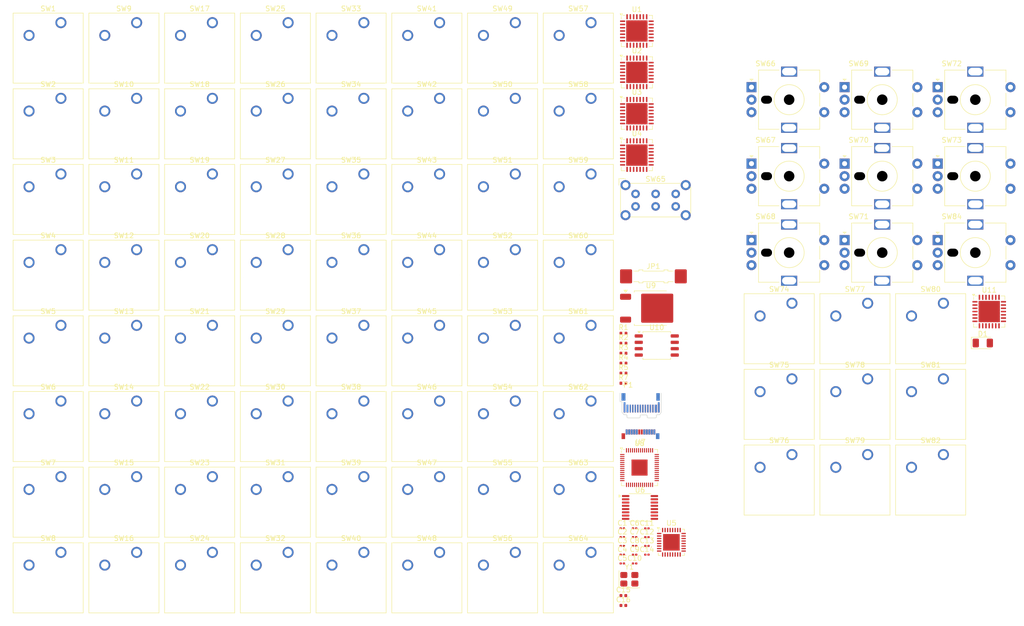
<source format=kicad_pcb>
(kicad_pcb (version 20241229) (generator "pcbnew") (generator_version "9.0")
  (layers (0 "F.Cu" signal) (2 "B.Cu" signal) (13 "F.Paste" user) (15 "B.Paste" user) (5 "F.SilkS" user "F.Silkscreen") (7 "B.SilkS" user "B.Silkscreen") (1 "F.Mask" user) (3 "B.Mask" user) (25 "Edge.Cuts" user))
  (net 0 "")
  (net 1 "+3V3")
  (net 2 "Net-(U1-GPB0)")
  (net 3 "Net-(U1-GPB1)")
  (net 4 "Net-(U1-GPB2)")
  (net 5 "Net-(U1-GPB3)")
  (net 6 "Net-(U1-GPB4)")
  (net 7 "Net-(U1-GPB5)")
  (net 8 "Net-(U1-GPB6)")
  (net 9 "Net-(U1-GPB7)")
  (net 10 "Net-(U1-GPA7)")
  (net 11 "Net-(U1-GPA6)")
  (net 12 "Net-(U1-GPA5)")
  (net 13 "Net-(U1-GPA4)")
  (net 14 "Net-(U1-GPA3)")
  (net 15 "Net-(U1-GPA2)")
  (net 16 "Net-(U1-GPA1)")
  (net 17 "Net-(U1-GPA0)")
  (net 18 "Net-(U2-GPB0)")
  (net 19 "Net-(U2-GPA7)")
  (net 20 "Net-(U2-GPB1)")
  (net 21 "Net-(U2-GPA6)")
  (net 22 "Net-(U2-GPB2)")
  (net 23 "Net-(U2-GPA5)")
  (net 24 "Net-(U2-GPB3)")
  (net 25 "Net-(U2-GPA4)")
  (net 26 "Net-(U2-GPB4)")
  (net 27 "Net-(U2-GPA3)")
  (net 28 "Net-(U2-GPB5)")
  (net 29 "Net-(U2-GPA2)")
  (net 30 "Net-(U2-GPB6)")
  (net 31 "Net-(U2-GPA1)")
  (net 32 "Net-(U2-GPB7)")
  (net 33 "Net-(U2-GPA0)")
  (net 34 "Net-(U3-GPB0)")
  (net 35 "Net-(U3-GPA7)")
  (net 36 "Net-(U3-GPB1)")
  (net 37 "Net-(U3-GPA6)")
  (net 38 "Net-(U3-GPB2)")
  (net 39 "Net-(U3-GPA5)")
  (net 40 "Net-(U3-GPB3)")
  (net 41 "Net-(U3-GPA4)")
  (net 42 "Net-(U3-GPB4)")
  (net 43 "Net-(U3-GPA3)")
  (net 44 "Net-(U3-GPB5)")
  (net 45 "Net-(U3-GPA2)")
  (net 46 "Net-(U3-GPB6)")
  (net 47 "Net-(U3-GPA1)")
  (net 48 "Net-(U3-GPB7)")
  (net 49 "Net-(U3-GPA0)")
  (net 50 "Net-(U4-GPB0)")
  (net 51 "Net-(U4-GPA7)")
  (net 52 "Net-(U4-GPB1)")
  (net 53 "Net-(U4-GPA6)")
  (net 54 "Net-(U4-GPB2)")
  (net 55 "Net-(U4-GPA5)")
  (net 56 "Net-(U4-GPB3)")
  (net 57 "Net-(U4-GPA4)")
  (net 58 "Net-(U4-GPB4)")
  (net 59 "Net-(U4-GPA3)")
  (net 60 "Net-(U4-GPB5)")
  (net 61 "Net-(U4-GPA2)")
  (net 62 "Net-(U4-GPB6)")
  (net 63 "Net-(U4-GPA1)")
  (net 64 "Net-(U4-GPB7)")
  (net 65 "Net-(U4-GPA0)")
  (net 68 "SCK")
  (net 70 "SDA")
  (net 73 "VBUS")
  (net 76 "Net-(U8-XIN)")
  (net 80 "/XTAL_O")
  (net 83 "Net-(JP1-A)")
  (net 84 "Net-(SW65A-B)")
  (net 85 "Net-(P1-CC)")
  (net 87 "Net-(P1-D+)")
  (net 88 "Net-(P1-D-)")
  (net 89 "D+1")
  (net 90 "Net-(U8-USB_DP)")
  (net 91 "Net-(U8-USB_DM)")
  (net 92 "D-1")
  (net 93 "Net-(U10-~{CS})")
  (net 94 "Net-(U8-XOUT)")
  (net 96 "INT1")
  (net 97 "INT2")
  (net 98 "INT3")
  (net 99 "INT4")
  (net 114 "Net-(U5-I2S_SCLK)")
  (net 119 "Net-(U5-I2S_LRCLK)")
  (net 123 "D+2")
  (net 125 "D-2")
  (net 127 "Net-(U5-I2S_SDIN)")
  (net 136 "PI_I²S")
  (net 139 "Net-(R5-Pad2)")
  (net 143 "Net-(U11-GPA0)")
  (net 145 "Net-(U10-CLK)")
  (net 146 "Net-(U10-~{WP}{slash}IO_{2})")
  (net 161 "Net-(U10-DO{slash}IO_{1})")
  (net 162 "Net-(U10-~{HOLD}{slash}~{RESET}{slash}IO_{3})")
  (net 163 "Net-(U10-DI{slash}IO_{0})")
  (net 167 "Net-(U11-GPB0)")
  (net 169 "Net-(U11-GPB1)")
  (net 172 "GND")
  (net 173 "+1V1")
  (net 175 "Net-(U11-GPA1)")
  (net 178 "Net-(U11-GPA2)")
  (net 179 "Net-(U11-GPB2)")
  (net 182 "Net-(U11-GPB3)")
  (net 184 "Net-(U11-GPA3)")
  (net 185 "Net-(U11-GPB7)")
  (net 187 "Net-(U11-GPA7)")
  (net 189 "Net-(U11-GPA6)")
  (net 190 "Net-(U11-GPB6)")
  (net 194 "Net-(U11-GPA5)")
  (net 196 "Net-(U11-GPB5)")
  (net 198 "Net-(U11-GPB4)")
  (net 200 "Net-(U11-GPA4)")
  (net 213 "PI_DIN")
  (net 214 "PI_BLCK")
  (net 215 "PI_LRCLK")
  (net 216 "INT5")
  (net 219 "INT6")
  (footprint "Button_Switch_Keyboard:SW_Cherry_MX_1.00u_PCB" (layer "F.Cu") (at 117.16 81.65)
    (property "Reference" "SW53")
    (property "Value" "~")
  )
  (footprint "Rotary_Encoder:RotaryEncoder_Alps_EC11E-Switch_Vertical_H20mm_MountingHoles" (layer "F.Cu") (at 182.77 34.15)
    (property "Reference" "SW69")
    (property "Value" "RotaryEncoder_Switch_MP")
  )
  (footprint "Resistor_SMD:R_0402_1005Metric" (layer "F.Cu") (at 138.71 85.23)
    (property "Reference" "R2")
    (property "Value" "27")
  )
  (footprint "Capacitor_SMD:C_0201_0603Metric" (layer "F.Cu") (at 140.93 122.13)
    (property "Reference" "C6")
    (property "Value" "1µF")
  )
  (footprint "Button_Switch_Keyboard:SW_Cherry_MX_1.00u_PCB" (layer "F.Cu") (at 26.62 96.74)
    (property "Reference" "SW6")
    (property "Value" "~")
  )
  (footprint "Button_Switch_Keyboard:SW_Cherry_MX_1.00u_PCB" (layer "F.Cu") (at 71.89 66.56)
    (property "Reference" "SW28")
    (property "Value" "~")
  )
  (footprint "Button_Switch_Keyboard:SW_Cherry_MX_1.00u_PCB" (layer "F.Cu") (at 56.8 126.92)
    (property "Reference" "SW24")
    (property "Value" "~")
  )
  (footprint "Capacitor_SMD:C_0402_1005Metric" (layer "F.Cu") (at 138.69 135.54)
    (property "Reference" "C15")
    (property "Value" "22pF")
  )
  (footprint "Button_Switch_Keyboard:SW_Cherry_MX_1.00u_PCB" (layer "F.Cu") (at 102.07 51.47)
    (property "Reference" "SW43")
    (property "Value" "~")
  )
  (footprint "Button_Switch_Keyboard:SW_Cherry_MX_1.00u_PCB" (layer "F.Cu") (at 71.89 126.92)
    (property "Reference" "SW32")
    (property "Value" "~")
  )
  (footprint "Capacitor_SMD:C_0201_0603Metric" (layer "F.Cu") (at 143.38 125.63)
    (property "Reference" "C13")
    (property "Value" "100nF")
  )
  (footprint "Button_Switch_Keyboard:SW_Cherry_MX_1.00u_PCB" (layer "F.Cu") (at 172.28 77.24)
    (property "Reference" "SW74")
    (property "Value" "SW_Push")
  )
  (footprint "Button_Switch_Keyboard:SW_Cherry_MX_1.00u_PCB" (layer "F.Cu") (at 117.16 36.38)
    (property "Reference" "SW50")
    (property "Value" "~")
  )
  (footprint "Package_DFN_QFN:QFN-28-1EP_6x6mm_P0.65mm_EP4.25x4.25mm" (layer "F.Cu") (at 141.38 31.2)
    (property "Reference" "U2")
    (property "Value" "MCP23017_ML")
  )
  (footprint "Button_Switch_Keyboard:SW_Cherry_MX_1.00u_PCB" (layer "F.Cu") (at 86.98 51.47)
    (property "Reference" "SW35")
    (property "Value" "~")
  )
  (footprint "Button_Switch_Keyboard:SW_Cherry_MX_1.00u_PCB" (layer "F.Cu") (at 102.07 66.56)
    (property "Reference" "SW44")
    (property "Value" "~")
  )
  (footprint "Button_Switch_Keyboard:SW_Cherry_MX_1.00u_PCB" (layer "F.Cu") (at 56.8 21.29)
    (property "Reference" "SW17")
    (property "Value" "~")
  )
  (footprint "Button_Switch_Keyboard:SW_Cherry_MX_1.00u_PCB" (layer "F.Cu") (at 202.46 77.24)
    (property "Reference" "SW80")
    (property "Value" "SW_Push")
  )
  (footprint "Button_Switch_Keyboard:SW_Cherry_MX_1.00u_PCB" (layer "F.Cu") (at 117.16 66.56)
    (property "Reference" "SW52")
    (property "Value" "~")
  )
  (footprint "Button_Switch_Keyboard:SW_Cherry_MX_1.00u_PCB" (layer "F.Cu") (at 102.07 126.92)
    (property "Reference" "SW48")
    (property "Value" "~")
  )
  (footprint "Rotary_Encoder:RotaryEncoder_Alps_EC11E-Switch_Vertical_H20mm_MountingHoles" (layer "F.Cu") (at 164.22 49.4)
    (property "Reference" "SW67")
    (property "Value" "RotaryEncoder_Switch_MP")
  )
  (footprint "Button_Switch_Keyboard:SW_Cherry_MX_1.00u_PCB" (layer "F.Cu") (at 71.89 96.74)
    (property "Reference" "SW30")
    (property "Value" "~")
  )
  (footprint "LED_SMD:LED_1206_3216Metric" (layer "F.Cu") (at 210.31 85.17)
    (property "Reference" "D1")
    (property "Value" "LED")
  )
  (footprint "Package_SO:SOIC-8_5.3x5.3mm_P1.27mm" (layer "F.Cu") (at 145.34 85.67)
    (property "Reference" "U10")
    (property "Value" "W25Q128JVS")
  )
  (footprint "Button_Switch_Keyboard:SW_Cherry_MX_1.00u_PCB" (layer "F.Cu") (at 41.71 21.29)
    (property "Reference" "SW9")
    (property "Value" "~")
  )
  (footprint "Resistor_SMD:R_0402_1005Metric" (layer "F.Cu") (at 138.71 83.24)
    (property "Reference" "R1")
    (property "Value" "5.1K")
  )
  (footprint "Package_DFN_QFN:QFN-32-1EP_5x5mm_P0.5mm_EP3.3x3.3mm" (layer "F.Cu") (at 148.26 124.91)
    (property "Reference" "U5")
    (property "Value" "CP2615-xx-xM")
  )
  (footprint "Capacitor_SMD:C_0201_0603Metric" (layer "F.Cu") (at 140.93 123.88)
    (property "Reference" "C7")
    (property "Value" "100nF")
  )
  (footprint "Button_Switch_Keyboard:SW_Cherry_MX_1.00u_PCB" (layer "F.Cu") (at 41.71 36.38)
    (property "Reference" "SW10")
    (property "Value" "~")
  )
  (footprint "Capacitor_SMD:C_0201_0603Metric" (layer "F.Cu") (at 143.38 127.38)
    (property "Reference" "C14")
    (property "Value" "100nF")
  )
  (footprint "Package_SO:TSSOP-16_4.4x5mm_P0.65mm" (layer "F.Cu") (at 142.005 117.96)
    (property "Reference" "U6")
    (property "Value" "TMUX1574PW")
  )
  (footprint "Button_Switch_Keyboard:SW_Cherry_MX_1.00u_PCB" (layer "F.Cu") (at 56.8 66.56)
    (property "Reference" "SW20")
    (property "Value" "~")
  )
  (footprint "Button_Switch_Keyboard:SW_Cherry_MX_1.00u_PCB" (layer "F.Cu") (at 56.8 81.65)
    (property "Reference" "SW21")
    (property "Value" "~")
  )
  (footprint "Button_Switch_Keyboard:SW_Cherry_MX_1.00u_PCB" (layer "F.Cu") (at 71.89 111.83)
    (property "Reference" "SW31")
    (property "Value" "~")
  )
  (footprint "Rotary_Encoder:RotaryEncoder_Alps_EC11E-Switch_Vertical_H20mm_MountingHoles" (layer "F.Cu") (at 182.77 49.4)
    (property "Reference" "SW70")
    (property "Value" "RotaryEncoder_Switch_MP")
  )
  (footprint "Button_Switch_Keyboard:SW_Cherry_MX_1.00u_PCB" (layer "F.Cu") (at 71.89 36.38)
    (property "Reference" "SW26")
    (property "Value" "~")
  )
  (footprint "Capacitor_SMD:C_0201_0603Metric" (layer "F.Cu") (at 143.38 122.13)
    (property "Reference" "C11")
    (property "Value" "100nF")
  )
  (footprint "Capacitor_SMD:C_0201_0603Metric" (layer "F.Cu") (at 138.48 127.38)
    (property "Reference" "C4")
    (property "Value" "100nF")
  )
  (footprint "Button_Switch_Keyboard:SW_Cherry_MX_1.00u_PCB" (layer "F.Cu") (at 102.07 111.83)
    (property "Reference" "SW47")
    (property "Value" "~")
  )
  (footprint "Button_Switch_Keyboard:SW_Cherry_MX_1.00u_PCB" (layer "F.Cu") (at 26.62 51.47)
    (property "Reference" "SW3")
    (property "Value" "~")
  )
  (footprint "Button_Switch_Keyboard:SW_Cherry_MX_1.00u_PCB" (layer "F.Cu") (at 86.98 66.56)
    (property "Reference" "SW36")
    (property "Value" "~")
  )
  (footprint "Connector_USB:USB_C_Plug_Molex_105444" (layer "F.Cu") (at 142.105 102.87)
    (property "Reference" "U7")
    (property "Value" "CH334R")
  )
  (footprint "Rotary_Encoder:RotaryEncoder_Alps_EC11E-Switch_Vertical_H20mm_MountingHoles" (layer "F.Cu") (at 201.32 34.15)
    (property "Reference" "SW72")
    (property "Value" "RotaryEncoder_Switch_MP")
  )
  (footprint "Button_Switch_Keyboard:SW_Cherry_MX_1.00u_PCB" (layer "F.Cu") (at 26.62 81.65)
    (property "Reference" "SW5")
    (property "Value" "~")
  )
  (footprint "Resistor_SMD:R_0402_1005Metric" (layer "F.Cu") (at 138.71 87.22)
    (property "Reference" "R3")
    (property "Value" "27")
  )
  (footprint "Button_Switch_Keyboard:SW_Cherry_MX_1.00u_PCB" (layer "F.Cu") (at 86.98 111.83)
    (property "Reference" "SW39")
    (property "Value" "~")
  )
  (footprint "Button_Switch_Keyboard:SW_Cherry_MX_1.00u_PCB" (layer "F.Cu") (at 26.62 21.29)
    (property "Reference" "SW1")
    (property "Value" "~")
  )
  (footprint "Button_Switch_Keyboard:SW_Cherry_MX_1.00u_PCB" (layer "F.Cu") (at 172.28 107.42)
    (property "Reference" "SW76")
    (property "Value" "SW_Push")
  )
  (footprint "Capacitor_SMD:C_0201_0603Metric" (layer "F.Cu") (at 140.93 125.63)
    (property "Reference" "C8")
    (property "Value" "100nF")
  )
  (footprint "Button_Switch_Keyboard:SW_Cherry_MX_1.00u_PCB" (layer "F.Cu") (at 26.62 111.83)
    (property "Reference" "SW7")
    (property "Value" "~")
  )
  (footprint "Capacitor_SMD:C_0201_0603Metric" (layer "F.Cu") (at 138.48 122.13)
    (property "Reference" "C1")
    (property "Value" "10µF")
  )
  (footprint "Capacitor_SMD:C_0201_0603Metric" (layer "F.Cu") (at 143.38 123.88)
    (property "Reference" "C12")
    (property "Value" "100nF")
  )
  (footprint "Button_Switch_Keyboard:SW_Cherry_MX_1.00u_PCB" (layer "F.Cu") (at 132.25 111.83)
    (property "Reference" "SW63")
    (property "Value" "~")
  )
  (footprint "Button_Switch_Keyboard:SW_Cherry_MX_1.00u_PCB" (layer "F.Cu") (at 56.8 111.83)
    (property "Reference" "SW23")
    (property "Value" "~")
  )
  (footprint "Button_Switch_Keyboard:SW_Cherry_MX_1.00u_PCB" (layer "F.Cu") (at 102.07 21.29)
    (property "Reference" "SW41")
    (property "Value" "~")
  )
  (footprint "Button_Switch_Keyboard:SW_Cherry_MX_1.00u_PCB" (layer "F.Cu") (at 86.98 81.65)
    (property "Reference" "SW37")
    (property "Value" "~")
  )
  (footprint "Button_Switch_Keyboard:SW_Cherry_MX_1.00u_PCB" (layer "F.Cu") (at 71.89 51.47)
    (property "Reference" "SW27")
    (property "Value" "~")
  )
  (footprint "Capacitor_SMD:C_0201_0603Metric" (layer "F.Cu") (at 140.93 129.13)
    (property "Reference" "C10")
    (property "Value" "100nF")
  )
  (footprint "Button_Switch_Keyboard:SW_Cherry_MX_1.00u_PCB" (layer "F.Cu") (at 132.25 21.29)
    (property "Reference" "SW57")
    (property "Value" "~")
  )
  (footprint "Button_Switch_Keyboard:SW_Cherry_MX_1.00u_PCB" (layer "F.Cu") (at 117.16 96.74)
    (property "Reference" "SW54")
    (property "Value" "~")
  )
  (footprint "Capacitor_SMD:C_0402_1005Metric" (layer "F.Cu") (at 138.69 137.51)
    (property "Reference" "C16")
    (property "Value" "22pF")
  )
  (footprint "Button_Switch_Keyboard:SW_Cherry_MX_1.00u_PCB" (layer "F.Cu") (at 41.71 96.74)
    (property "Reference" "SW14")
    (property "Value" "~")
  )
  (footprint "Crystal:Crystal_SMD_3225-4Pin_3.2x2.5mm" (layer "F.Cu") (at 139.88 132.28)
    (property "Reference" "Y1")
    (property "Value" "12MHz")
  )
  (footprint "Package_DFN_QFN:QFN-28-1EP_6x6mm_P0.65mm_EP4.25x4.25mm" (layer "F.Cu") (at 141.38 47.7)
    (property "Reference" "U4")
    (property "Value" "MCP23017_ML")
  )
  (footprint "Button_Switch_Keyboard:SW_Cherry_MX_1.00u_PCB" (layer "F.Cu") (at 41.71 111.83)
    (property "Reference" "SW15")
    (property "Value" "~")
  )
  (footprint "Button_Switch_Keyboard:SW_Cherry_MX_1.00u_PCB" (layer "F.Cu") (at 86.98 36.38)
    (property "Reference" "SW34")
    (property "Value" "~")
  )
  (footprint "Button_Switch_Keyboard:SW_Cherry_MX_1.00u_PCB" (layer "F.Cu") (at 41.71 126.92)
    (property "Reference" "SW16")
    (property "Value" "~")
  )
  (footprint "Button_Switch_Keyboard:SW_Cherry_MX_1.00u_PCB" (layer "F.Cu") (at 132.25 96.74)
    (property "Reference" "SW62")
    (property "Value" "~")
  )
  (footprint "Button_Switch_Keyboard:SW_Cherry_MX_1.00u_PCB" (layer "F.Cu") (at 132.25 126.92)
    (property "Reference" "SW64")
    (property "Value" "~")
  )
  (footprint "Button_Switch_Keyboard:SW_Cherry_MX_1.00u_PCB" (layer "F.Cu") (at 202.46 92.33)
    (property "Reference" "SW81")
    (property "Value" "SW_Push")
  )
  (footprint "Button_Switch_Keyboard:SW_Cherry_MX_1.00u_PCB" (layer "F.Cu") (at 132.25 51.47)
    (property "Reference" "SW59")
    (property "Value" "~")
  )
  (footprint "Button_Switch_Keyboard:SW_Cherry_MX_1.00u_PCB" (layer "F.Cu") (at 56.8 51.47)
    (property "Reference" "SW19")
    (property "Value" "~")
  )
  (footprint "Button_Switch_Keyboard:SW_Cherry_MX_1.00u_PCB" (layer "F.Cu") (at 41.71 66.56)
    (property "Reference" "SW12")
    (property "Value" "~")
  )
  (footprint "Capacitor_SMD:C_0201_0603Metric" (layer "F.Cu") (at 138.48 129.13)
    (property "Reference" "C5")
    (property "Value" "100nF")
  )
  (footprint "Package_DFN_QFN:QFN-28-1EP_6x6mm_P0.65mm_EP4.25x4.25mm" (layer "F.Cu") (at 211.59 78.9)
    (property "Reference" "U11")
    (property "Value" "MCP23017_ML")
  )
  (footprint "Button_Switch_Keyboard:SW_Cherry_MX_1.00u_PCB" (layer "F.Cu") (at 56.8 96.74)
    (property "Reference" "SW22")
    (property "Value" "~")
  )
  (footprint "Button_Switch_Keyboard:SW_Cherry_MX_1.00u_PCB" (layer "F.Cu") (at 132.25 36.38)
    (property "Reference" "SW58")
    (property "Value" "~")
  )
  (footprint "Button_Switch_Keyboard:SW_Cherry_MX_1.00u_PCB" (layer "F.Cu") (at 102.07 96.74)
    (property "Reference" "SW46")
    (property "Value" "~")
  )
  (footprint "Button_Switch_Keyboard:SW_Cherry_MX_1.00u_PCB" (layer "F.Cu") (at 26.62 36.38)
    (property "Reference" "SW2")
    (property "Value" "~")
  )
  (footprint "Connector_USB:USB_C_Plug_JAE_DX07P024AJ1" (layer "F.Cu") (at 142.3325 97.09)
    (property "Reference" "P1")
    (property "Value" "USB_C_Plug_USB2.0")
    (fp_line (start -4.3 -1.93) (end -4.3 -0.2275) (stroke (width 0.1)) (layer "Edge.Cuts"))
    (fp_line (start -4.3 -0.2275) (end -3.9 -0.2275) (stroke (width 0.1)) (layer "Edge.Cuts"))
    (fp_line (start -3.9 1.9225) (end -3.9 -0.2275) (stroke (width 0.1)) (layer "Edge.Cuts"))
    (fp_line (start -3.53 2.3725) (end -3.9 1.9225) (stroke (width 0.1)) (layer "Edge.Cuts"))
    (fp_line (start -3.125 2.3725) (end -3.53 2.3725) (stroke (width 0.1)) (layer "Edge.Cuts"))
    (fp_line (start -2.925 2.8225) (end -2.925 2.5725) (stroke (width 0.1)) (layer "Edge.Cuts"))
    (fp_line (start -0.5 3.0225) (end -2.725 3.0225) (stroke (width 0.1)) (layer "Edge.Cuts"))
    (fp_line (start -0.3 2.6225) (end -0.3 2.8225) (stroke (width 0.1)) (layer "Edge.Cuts"))
    (fp_line (start -0.1 2.4225) (end 0.9 2.4225) (stroke (width 0.1)) (layer "Edge.Cuts"))
    (fp_line (start 1.1 2.8225) (end 1.1 2.6225) (stroke (width 0.1)) (layer "Edge.Cuts"))
    (fp_line (start 1.3 3.0225) (end 2.725 3.0225) (stroke (width 0.1)) (layer "Edge.Cuts"))
    (fp_line (start 2.925 2.8225) (end 2.925 2.5725) (stroke (width 0.1)) (layer "Edge.Cuts"))
    (fp_line (start 3.125 2.3725) (end 3.575 2.3725) (stroke (width 0.1)) (layer "Edge.Cuts"))
    (fp_line (start 3.575 2.3725) (end 3.9 1.9225) (stroke (width 0.1)) (layer "Edge.Cuts"))
    (fp_line (start 3.9 1.9225) (end 3.9 -1.9175) (stroke (width 0.1)) (layer "Edge.Cuts"))
    (fp_arc (start -3.125 2.3725) (mid -2.983579 2.431079) (end -2.925 2.5725) (stroke (width 0.1)) (layer "Edge.Cuts"))
    (fp_arc (start -2.725 3.0225) (mid -2.866421 2.963921) (end -2.925 2.8225) (stroke (width 0.1)) (layer "Edge.Cuts"))
    (fp_arc (start -0.3 2.6225) (mid -0.241421 2.481079) (end -0.1 2.4225) (stroke (width 0.1)) (layer "Edge.Cuts"))
    (fp_arc (start -0.3 2.8225) (mid -0.358579 2.963921) (end -0.5 3.0225) (stroke (width 0.1)) (layer "Edge.Cuts"))
    (fp_arc (start 0.9 2.4225) (mid 1.041421 2.481079) (end 1.1 2.6225) (stroke (width 0.1)) (layer "Edge.Cuts"))
    (fp_arc (start 1.3 3.0225) (mid 1.158579 2.963921) (end 1.1 2.8225) (stroke (width 0.1)) (layer "Edge.Cuts"))
    (fp_arc (start 2.925 2.5725) (mid 2.983579 2.431079) (end 3.125 2.3725) (stroke (width 0.1)) (layer "Edge.Cuts"))
    (fp_arc (start 2.925 2.8225) (mid 2.866421 2.963921) (end 2.725 3.0225) (stroke (width 0.1)) (layer "Edge.Cuts"))
  )
  (footprint "Button_Switch_Keyboard:SW_Cherry_MX_1.00u_PCB" (layer "F.Cu") (at 117.16 111.83)
    (property "Reference" "SW55")
    (property "Value" "~")
  )
  (footprint "Button_Switch_Keyboard:SW_Cherry_MX_1.00u_PCB" (layer "F.Cu") (at 172.28 92.33)
    (property "Reference" "SW75")
    (property "Value" "SW_Push")
  )
  (footprint "Package_DFN_QFN:QFN-28-1EP_6x6mm_P0.65mm_EP4.25x4.25mm" (layer "F.Cu") (at 141.38 39.45)
    (property "Reference" "U3")
    (property "Value" "MCP23017_ML")
  )
  (footprint "Button_Switch_Keyboard:SW_Cherry_MX_1.00u_PCB" (layer "F.Cu") (at 71.89 21.29)
    (property "Reference" "SW25")
    (property "Value" "~")
  )
  (footprint "Rotary_Encoder:RotaryEncoder_Alps_EC11E-Switch_Vertical_H20mm_MountingHoles" (layer "F.Cu") (at 182.77 64.65)
    (property "Reference" "SW71")
    (property "Value" "RotaryEncoder_Switch_MP")
  )
  (footprint "Button_Switch_Keyboard:SW_Cherry_MX_1.00u_PCB" (layer "F.Cu") (at 26.62 126.92)
    (property "Reference" "SW8")
    (property "Value" "~")
  )
  (footprint "Button_Switch_Keyboard:SW_Cherry_MX_1.00u_PCB" (layer "F.Cu") (at 132.25 66.56)
    (property "Reference" "SW60")
    (property "Value" "~")
  )
  (footprint "Jumper:Jumper_Harwin_S1621_P10.9mm" (layer "F.Cu") (at 144.68 71.88)
    (property "Reference" "JP1")
    (property "Value" "Jumper_2_Open")
  )
  (footprint "Button_Switch_Keyboard:SW_Cherry_MX_1.00u_PCB" (layer "F.Cu") (at 117.16 21.29)
    (property "Reference" "SW49")
    (property "Value" "~")
  )
  (footprint "Rotary_Encoder:RotaryEncoder_Alps_EC11E-Switch_Vertical_H20mm_MountingHoles" (layer "F.Cu") (at 201.32 64.65)
    (property "Reference" "SW84")
    (property "Value" "RotaryEncoder_Switch_MP")
  )
  (footprint "Rotary_Encoder:RotaryEncoder_Alps_EC11E-Switch_Vertical_H20mm_MountingHoles" (layer "F.Cu") (at 164.22 64.65)
    (property "Reference" "SW68")
    (property "Value" "RotaryEncoder_Switch_MP")
  )
  (footprint "Button_Switch_Keyboard:SW_Cherry_MX_1.00u_PCB" (layer "F.Cu") (at 56.8 36.38)
    (property "Reference" "SW18")
    (property "Value" "~")
  )
  (footprint "Button_Switch_Keyboard:SW_Cherry_MX_1.00u_PCB" (layer "F.Cu") (at 86.98 21.29)
    (property "Reference" "SW33")
    (property "Value" "~")
  )
  (footprint "Button_Switch_Keyboard:SW_Cherry_MX_1.00u_PCB" (layer "F.Cu") (at 41.71 51.47)
    (property "Reference" "SW11")
    (property "Value" "~")
  )
  (footprint "Button_Switch_Keyboard:SW_Cherry_MX_1.00u_PCB" (layer "F.Cu") (at 117.16 126.92)
    (property "Reference" "SW56")
    (property "Value" "~")
  )
  (footprint "Button_Switch_Keyboard:SW_Cherry_MX_1.00u_PCB" (layer "F.Cu") (at 86.98 96.74)
    (property "Reference" "SW38")
    (property "Value" "~")
  )
  (footprint "Button_Switch_Keyboard:SW_Cherry_MX_1.00u_PCB" (layer "F.Cu") (at 26.62 66.56)
    (property "Reference" "SW4")
    (property "Value" "~")
  )
  (footprint "Button_Switch_Keyboard:SW_Cherry_MX_1.00u_PCB" (layer "F.Cu") (at 41.71 81.65)
    (property "Reference" "SW13")
    (property "Value" "~")
  )
  (footprint "Button_Switch_Keyboard:SW_Cherry_MX_1.00u_PCB" (layer "F.Cu") (at 202.46 107.42)
    (property "Reference" "SW82")
    (property "Value" "SW_Push")
  )
  (footprint "Capacitor_SMD:C_0201_0603Metric" (layer "F.Cu") (at 138.48 125.63)
    (property "Reference" "C3")
    (property "Value" "1µF")
  )
  (footprint "Package_TO_SOT_SMD:TO-252-2" (layer "F.Cu") (at 144.17 78.225)
    (property "Reference" "U9")
    (property "Value" "NCP1117-3.3_TO252")
  )
  (footprint "Button_Switch_Keyboard:SW_Cherry_MX_1.00u_PCB" (layer "F.Cu") (at 132.25 81.65)
    (property "Reference" "SW61")
    (property "Value" "~")
  )
  (footprint "Button_Switch_Keyboard:SW_Cherry_MX_1.00u_PCB" (layer "F.Cu") (at 117.16 51.47)
    (property "Reference" "SW51")
    (property "Value" "~")
  )
  (footprint "Capacitor_SMD:C_0201_0603Metric" (layer "F.Cu") (at 140.93 127.38)
    (property "Reference" "C9")
    (property "Value" "100nF")
  )
  (footprint "Package_DFN_QFN:QFN-28-1EP_6x6mm_P0.65mm_EP4.25x4.25mm" (layer "F.Cu") (at 141.38 22.95)
    (property "Reference" "U1")
    (property "Value" "MCP23017_ML")
  )
  (footprint "Button_Switch_Keyboard:SW_Cherry_MX_1.00u_PCB" (layer "F.Cu") (at 187.37 77.24)
    (property "Reference" "SW77")
    (property "Value" "SW_Push")
  )
  (footprint "Button_Switch_Keyboard:SW_Cherry_MX_1.00u_PCB" (layer "F.Cu") (at 187.37 92.33)
    (property "Reference" "SW78")
    (property "Value" "SW_Push")
  )
  (footprint "Resistor_SMD:R_0402_1005Metric" (layer "F.Cu") (at 138.71 91.2)
    (property "Reference" "R5")
    (property "Value" "1K")
  )
  (footprint "Button_Switch_Keyboard:SW_Cherry_MX_1.00u_PCB" (layer "F.Cu") (at 102.07 36.38)
    (property "Reference" "SW42")
    (property "Value" "~")
  )
  (footprint "Button_Switch_THT:SW_E-Switch_EG2219_DPDT_Angled" (layer "F.Cu") (at 141.115 55.435)
    (property "Reference" "SW65")
    (property "Value" "SW_DPDT_x2")
  )
  (footprint "Resistor_SMD:R_0402_1005Metric" (layer "F.Cu") (at 138.71 89.21)
    (property "Reference" "R4")
    (property "Value" "10K")
  )
  (footprint "Rotary_Encoder:RotaryEncoder_Alps_EC11E-Switch_Vertical_H20mm_MountingHoles" (layer "F.Cu") (at 201.32 49.4)
    (property "Reference" "SW73")
    (property "Value" "RotaryEncoder_Switch_MP")
  )
  (footprint "Rotary_Encoder:RotaryEncoder_Alps_EC11E-Switch_Vertical_H20mm_MountingHoles" (layer "F.Cu") (at 164.22 34.15)
    (property "Reference" "SW66")
    (property "Value" "RotaryEncoder_Switch_MP")
  )
  (footprint "Button_Switch_Keyboard:SW_Cherry_MX_1.00u_PCB" (layer "F.Cu") (at 71.89 81.65)
    (property "Reference" "SW29")
    (property "Value" "~")
  )
  (footprint "Button_Switch_Keyboard:SW_Cherry_MX_1.00u_PCB" (layer "F.Cu") (at 187.37 107.42)
    (property "Reference" "SW79")
    (property "Value" "SW_Push")
  )
  (footprint "Resistor_SMD:R_0402_1005Metric" (layer "F.Cu") (at 138.71 93.19)
    (property "Reference" "R7")
    (property "Value" "1k")
  )
  (footprint "Capacitor_SMD:C_0201_0603Metric" (layer "F.Cu") (at 138.48 123.88)
    (property "Reference" "C2")
    (property "Value" "10µF")
  )
  (footprint "Button_Switch_Keyboard:SW_Cherry_MX_1.00u_PCB" (layer "F.Cu") (at 102.07 81.65)
    (property "Reference" "SW45")
    (property "Value" "~")
  )
  (footprint "Package_DFN_QFN:QFN-56-1EP_7x7mm_P0.4mm_EP3.2x3.2mm" (layer "F.Cu") (at 141.91 110.01)
    (property "Reference" "U8")
    (property "Value" "RP2040")
  )
  (footprint "Button_Switch_Keyboard:SW_Cherry_MX_1.00u_PCB" (layer "F.Cu") (at 86.98 126.92)
    (property "Reference" "SW40")
    (property "Value" "~")
  )
)
</source>
